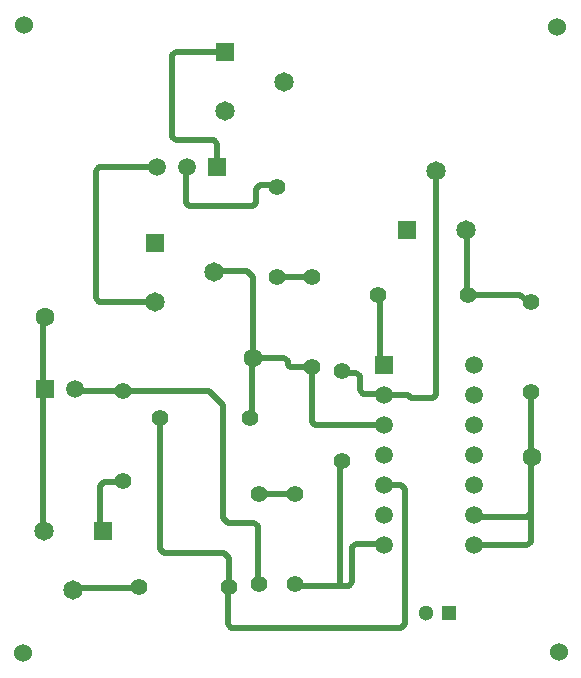
<source format=gbl>
G04*
G04 #@! TF.GenerationSoftware,Altium Limited,Altium Designer,20.2.5 (213)*
G04*
G04 Layer_Physical_Order=2*
G04 Layer_Color=16711680*
%FSLAX44Y44*%
%MOMM*%
G71*
G04*
G04 #@! TF.SameCoordinates,20EFB839-5586-4B36-B009-22FAA6886690*
G04*
G04*
G04 #@! TF.FilePolarity,Positive*
G04*
G01*
G75*
%ADD23C,1.3000*%
%ADD24R,1.3000X1.3000*%
%ADD25C,0.5080*%
%ADD26C,1.5240*%
%ADD27R,1.5000X1.5000*%
%ADD28C,1.5000*%
%ADD29R,1.6500X1.6500*%
%ADD30C,1.6500*%
%ADD31R,1.6500X1.6500*%
%ADD32C,1.4000*%
%ADD33C,1.6000*%
D23*
X364015Y55245D02*
D03*
D24*
X384015D02*
D03*
D25*
X327145Y215145D02*
X328295Y213995D01*
X267335Y216971D02*
X270311Y213995D01*
X328295D01*
X267335Y216971D02*
Y263525D01*
X399415Y324485D02*
X443991D01*
X450341Y318135D01*
X452755D01*
Y241935D02*
X453390Y241300D01*
Y187960D02*
Y241300D01*
Y187960D02*
X454025Y187325D01*
X452755Y139501D02*
Y186055D01*
Y115371D02*
Y139501D01*
X404495Y112395D02*
X449779D01*
X452755Y115371D01*
X404495Y137795D02*
X405765Y136525D01*
X449779D01*
X452755Y139501D01*
Y186055D02*
X454025Y187325D01*
X142041Y106045D02*
X193239D01*
X197485Y76835D02*
Y101799D01*
X193239Y106045D02*
X197485Y101799D01*
X139065Y109021D02*
Y220345D01*
Y109021D02*
X142041Y106045D01*
X192405Y135255D02*
Y231339D01*
X107315Y243205D02*
X180539D01*
X192405Y231339D01*
Y135255D02*
X196215Y131445D01*
X221615Y80645D02*
Y128469D01*
X218639Y131445D02*
X221615Y128469D01*
X196215Y131445D02*
X218639D01*
X221615Y80645D02*
X222885Y79375D01*
X216535Y269875D02*
X217805Y271145D01*
X216535Y221615D02*
Y269875D01*
X215265Y220345D02*
X216535Y221615D01*
X65405Y243205D02*
X107315D01*
X65405Y74695D02*
X66475Y75765D01*
X120215D01*
X121285Y76835D01*
X91241Y165735D02*
X106045D01*
X88265Y126835D02*
X90405Y124695D01*
X88265Y126835D02*
Y162759D01*
X91241Y165735D01*
X106045D02*
X107315Y167005D01*
X40005Y243205D02*
X40205Y243005D01*
Y124895D02*
Y243005D01*
Y124895D02*
X40405Y124695D01*
X40005Y243205D02*
Y304165D01*
X372745Y239831D02*
Y429495D01*
X328295Y239395D02*
X349104D01*
X351644Y236855D01*
X369769D01*
X372745Y239831D01*
X323215Y324485D02*
X324922Y322778D01*
Y268168D02*
Y322778D01*
Y268168D02*
X328295Y264795D01*
X307975Y243641D02*
Y255469D01*
X292735Y259715D02*
X294005Y258445D01*
X304999D01*
X307975Y255469D01*
X310951Y240665D02*
X327025D01*
X307975Y243641D02*
X310951Y240665D01*
X327025D02*
X328295Y239395D01*
X291465Y78105D02*
X298649D01*
X254635D02*
X291465D01*
Y182245D02*
X292735Y183515D01*
X291465Y78105D02*
Y182245D01*
X346075Y45521D02*
Y160219D01*
X328295Y163195D02*
X343099D01*
X346075Y160219D01*
X199191Y42545D02*
X343099D01*
X346075Y45521D01*
X196215D02*
Y75565D01*
Y45521D02*
X199191Y42545D01*
X196215Y75565D02*
X197485Y76835D01*
X301625Y81081D02*
Y110689D01*
X327025Y113665D02*
X328295Y112395D01*
X304601Y113665D02*
X327025D01*
X301625Y110689D02*
X304601Y113665D01*
X298649Y78105D02*
X301625Y81081D01*
X253365Y79375D02*
X254635Y78105D01*
X222885Y155575D02*
X253365D01*
X185655Y344805D02*
X212289D01*
X217805Y271145D02*
Y339289D01*
X212289Y344805D02*
X217805Y339289D01*
X184385Y343535D02*
X185655Y344805D01*
X247015Y265231D02*
Y268169D01*
X266963Y263153D02*
X267335Y263525D01*
X249093Y263153D02*
X266963D01*
X247015Y265231D02*
X249093Y263153D01*
X217805Y271145D02*
X244039D01*
X247015Y268169D01*
X238125Y339725D02*
X267335D01*
X149225Y458271D02*
Y527249D01*
X193675Y530225D02*
X194075Y529825D01*
X152201Y530225D02*
X193675D01*
X149225Y527249D02*
X152201Y530225D01*
Y455295D02*
X184349D01*
X149225Y458271D02*
X152201Y455295D01*
X187325Y432435D02*
Y452319D01*
X184349Y455295D02*
X187325Y452319D01*
X220345Y402391D02*
Y414219D01*
X236855Y417195D02*
X238125Y415925D01*
X223321Y417195D02*
X236855D01*
X220345Y414219D02*
X223321Y417195D01*
X163631Y399415D02*
X217369D01*
X220345Y402391D01*
X160655D02*
Y431165D01*
Y402391D02*
X163631Y399415D01*
X160655Y431165D02*
X161925Y432435D01*
X84455Y321511D02*
Y429459D01*
X87431Y318535D02*
X134385D01*
X84455Y321511D02*
X87431Y318535D01*
Y432435D02*
X136525D01*
X84455Y429459D02*
X87431Y432435D01*
X397745Y379495D02*
X398580Y378660D01*
Y325320D02*
Y378660D01*
Y325320D02*
X399415Y324485D01*
X139065Y220345D02*
X140335Y219075D01*
X222885Y155575D02*
X223520Y154940D01*
D26*
X475313Y550850D02*
D03*
X23481Y552705D02*
D03*
X22809Y21265D02*
D03*
X476362Y21920D02*
D03*
D27*
X328295Y264795D02*
D03*
X41275Y244475D02*
D03*
X187325Y432435D02*
D03*
D28*
X328295Y239395D02*
D03*
Y213995D02*
D03*
Y188595D02*
D03*
Y163195D02*
D03*
Y137795D02*
D03*
Y112395D02*
D03*
X404495Y264795D02*
D03*
Y239395D02*
D03*
Y213995D02*
D03*
Y188595D02*
D03*
Y163195D02*
D03*
Y137795D02*
D03*
Y112395D02*
D03*
X66675Y244475D02*
D03*
X161925Y432435D02*
D03*
X136525D02*
D03*
D29*
X347745Y379495D02*
D03*
X90405Y124695D02*
D03*
D30*
X372745Y429495D02*
D03*
X397745Y379495D02*
D03*
X65405Y74695D02*
D03*
X40405Y124695D02*
D03*
X244075Y504825D02*
D03*
X194075Y479825D02*
D03*
X184385Y343535D02*
D03*
X134385Y318535D02*
D03*
D31*
X194075Y529825D02*
D03*
X134385Y368535D02*
D03*
D32*
X452755Y241935D02*
D03*
Y318135D02*
D03*
X292735Y259715D02*
D03*
Y183515D02*
D03*
X399415Y324485D02*
D03*
X323215D02*
D03*
X107315Y243205D02*
D03*
Y167005D02*
D03*
X238125Y339725D02*
D03*
Y415925D02*
D03*
X267335Y263525D02*
D03*
Y339725D02*
D03*
X253365Y79375D02*
D03*
Y155575D02*
D03*
X222885D02*
D03*
Y79375D02*
D03*
X197485Y76835D02*
D03*
X121285D02*
D03*
X215265Y220345D02*
D03*
X139065D02*
D03*
D33*
X454025Y187325D02*
D03*
X41275Y305435D02*
D03*
X217805Y271145D02*
D03*
M02*

</source>
